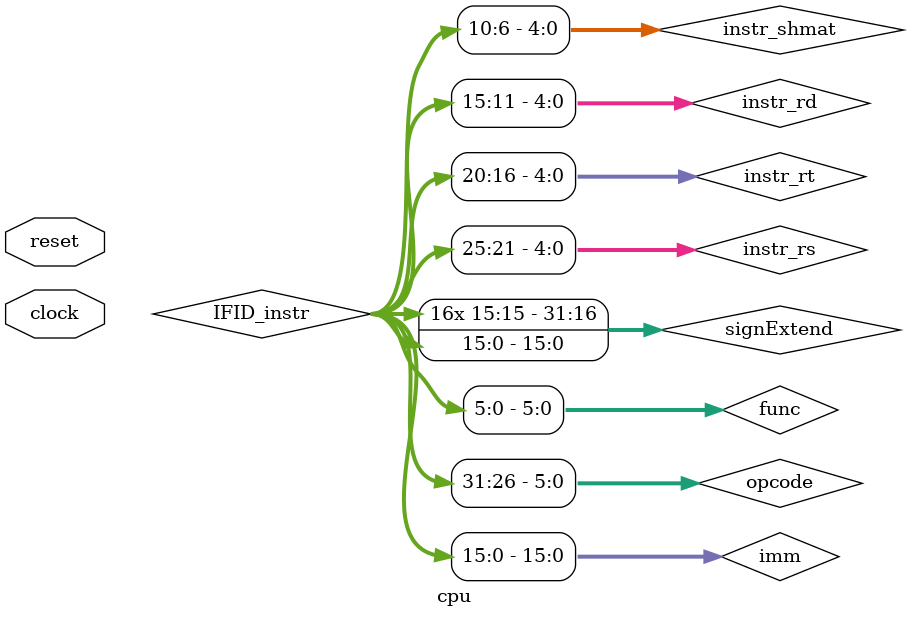
<source format=v>
/***********************************************************************************************/
/*********************************  MIPS 5-stage pipeline implementation ***********************/
/***********************************************************************************************/

module cpu(input clock, input reset);
 reg [31:0] PC;
 wire PC_write_wire, IFID_write_wire, IDEX_write_wire;  
 reg [31:0] IFID_PCplus4;
 reg [31:0] IFID_instr;
 reg [31:0] IDEX_rdA, IDEX_rdB, IDEX_signExtend;
 reg [4:0]  IDEX_instr_rt, IDEX_instr_rs, IDEX_instr_rd,IDEX_instr_shmat;                            
 reg        IDEX_RegDst, IDEX_ALUSrc, IDEX_SllSrc;
 reg [1:0]  IDEX_ALUcntrl;
 reg        IDEX_Branch, IDEX_MemRead, IDEX_MemWrite; 
 reg        IDEX_MemToReg, IDEX_RegWrite;                
 reg [4:0]  EXMEM_RegWriteAddr, EXMEM_instr_rd; 
 reg [31:0] EXMEM_ALUOut;
 reg        EXMEM_Zero;
 reg [31:0] EXMEM_MemWriteData;
 reg        EXMEM_Branch, EXMEM_MemRead, EXMEM_MemWrite, EXMEM_RegWrite, EXMEM_MemToReg;
 reg [31:0] MEMWB_DMemOut;
 reg [4:0]  MEMWB_RegWriteAddr, MEMWB_instr_rd; 
 reg [31:0] MEMWB_ALUOut;
 reg        MEMWB_MemToReg, MEMWB_RegWrite;               
 wire [31:0] instr, ALUInA, ALUInB, ALUOut, rdA, rdB, signExtend, DMemOut, wRegData, PCIncr;
 wire Zero, RegDst, MemRead, MemWrite, MemToReg, ALUSrc, RegWrite, Branch, SllSrc;
 wire [5:0] opcode, func;
 wire [4:0] instr_rs, instr_rt, instr_rd, instr_shmat,RegWriteAddr;
 wire [3:0] ALUOp;
 wire [1:0] ALUcntrl;
 wire [15:0] imm;
 wire [1:0] bypassA, bypassB; 
 wire [31:0] forward_b,forward_a;
 

/***************** Instruction Fetch Unit (IF)  ****************/

 always @(posedge clock or negedge reset)
  begin 
    if (reset == 1'b0)     
       PC <= -1;     
    else if (PC == -1)
       PC <= 0;
    else if((1'b0 == PC_write_wire) || ('bx == PC_write_wire)) 
       PC <= PC + 4;   
  end
  
  // IFID pipeline register
 always @(posedge clock or negedge reset)
  begin 
    if (reset == 1'b0)     
      begin
       IFID_PCplus4 <= 32'b0;    
       IFID_instr <= 32'b0;
    end 
	
    else if((1'b0 == IFID_write_wire) ||('bx == IFID_write_wire)) 
      begin
       IFID_PCplus4 <= PC + 32'd4;
       IFID_instr <= instr;
    end
  end
  
// Instruction memory 1KB
Memory cpu_IMem(clock, reset, 1'b1, 1'b0, PC>>2, 32'b0, instr);
  
  
  
  
  
/***************** Instruction Decode Unit (ID)  ****************/
assign opcode = IFID_instr[31:26];
assign func = IFID_instr[5:0];
assign instr_rs = IFID_instr[25:21];
assign instr_rt = IFID_instr[20:16];
assign instr_rd = IFID_instr[15:11];
assign instr_shmat = IFID_instr[10:6];
assign imm = IFID_instr[15:0];
assign signExtend = {{16{imm[15]}}, imm};

// Register file
RegFile cpu_regs(clock, reset, instr_rs, instr_rt, MEMWB_RegWriteAddr, MEMWB_RegWrite, wRegData, rdA, rdB);

  // IDEX pipeline register
 always @(posedge clock or negedge reset)
  begin 
    if (reset == 1'b0)
      begin
       IDEX_rdA <= 32'b0;    
       IDEX_rdB <= 32'b0;
       IDEX_signExtend <= 32'b0;
       IDEX_instr_rd <= 5'b0;
       IDEX_instr_rs <= 5'b0;
       IDEX_instr_rt <= 5'b0;
	   IDEX_instr_shmat <= 5'b0;
       IDEX_RegDst <= 1'b0;
       IDEX_ALUcntrl <= 2'b0;
       IDEX_ALUSrc <= 1'b0;
       IDEX_Branch <= 1'b0;
       IDEX_MemRead <= 1'b0;
       IDEX_MemWrite <= 1'b0;
       IDEX_MemToReg <= 1'b0;                  
       IDEX_RegWrite <= 1'b0;
	   IDEX_SllSrc <= 1'b0;
    end 
	
    else if((1'b0 == IDEX_write_wire)||('bx == IDEX_write_wire))
      begin
       IDEX_rdA <= rdA;
       IDEX_rdB <= rdB;
       IDEX_signExtend <= signExtend;
       IDEX_instr_rd <= instr_rd;
       IDEX_instr_rs <= instr_rs;
       IDEX_instr_rt <= instr_rt;
	   IDEX_instr_shmat <= instr_shmat;
       IDEX_RegDst <= RegDst;
       IDEX_ALUcntrl <= ALUcntrl;
       IDEX_ALUSrc <= ALUSrc;
       IDEX_Branch <= Branch;
       IDEX_MemRead <= MemRead;
       IDEX_MemWrite <= MemWrite;
       IDEX_MemToReg <= MemToReg;                  
       IDEX_RegWrite <= RegWrite;
	   IDEX_SllSrc <= SllSrc;
    end
	else
	begin
	   IDEX_RegDst <= 1'b0;
       IDEX_ALUcntrl <= 2'b0;
       IDEX_ALUSrc <= 1'b0;
       IDEX_Branch <= 1'b0;
       IDEX_MemRead <= 1'b0;
       IDEX_MemWrite <= 1'b0;
       IDEX_MemToReg <= 1'b0;                  
       IDEX_RegWrite <= 1'b0;
	   IDEX_SllSrc <= 1'b0;
	end
  end

// Main Control Unit 
control_main control_main (RegDst,
                  Branch,
                  MemRead,
                  MemWrite,
                  MemToReg,
                  ALUSrc,
                  RegWrite,
				  SllSrc,
                  ALUcntrl,
                  opcode, func);
                  
// Instantiation of Control Unit that generates stalls goes here

hazard_unit HazardUnit(instr_rs, instr_rt, IDEX_MemRead, IDEX_instr_rt, PC_write_wire, IFID_write_wire, IDEX_write_wire);


                           
/***************** Execution Unit (EX)  ****************/
/*                 
assign ALUInA = IDEX_rdA;
                 
assign ALUInB = (IDEX_ALUSrc == 1'b0) ? IDEX_rdB : IDEX_signExtend;
*/
//  ALU
ALU  #(32) cpu_alu(ALUOut, Zero, ALUInA, ALUInB, ALUOp);

assign RegWriteAddr = (IDEX_RegDst==1'b0) ? IDEX_instr_rt : IDEX_instr_rd;

 // EXMEM pipeline register
 always @(posedge clock or negedge reset)
  begin 
    if (reset == 1'b0)     
      begin
       EXMEM_ALUOut <= 32'b0;    
       EXMEM_RegWriteAddr <= 5'b0;
       EXMEM_MemWriteData <= 32'b0;
       EXMEM_Zero <= 1'b0;
       EXMEM_Branch <= 1'b0;
       EXMEM_MemRead <= 1'b0;
       EXMEM_MemWrite <= 1'b0;
       EXMEM_MemToReg <= 1'b0;                  
       EXMEM_RegWrite <= 1'b0;
      end 
    else 
      begin
       EXMEM_ALUOut <= ALUOut;    
       EXMEM_RegWriteAddr <= RegWriteAddr;
       EXMEM_MemWriteData <= forward_b;
       EXMEM_Zero <= Zero;
       EXMEM_Branch <= IDEX_Branch;
       EXMEM_MemRead <= IDEX_MemRead;
       EXMEM_MemWrite <= IDEX_MemWrite;
       EXMEM_MemToReg <= IDEX_MemToReg;                  
       EXMEM_RegWrite <= IDEX_RegWrite;
      end
  end
  
  // ALU control
  control_alu control_alu(ALUOp, IDEX_ALUcntrl, IDEX_signExtend[5:0]);
   assign ALUInA = (IDEX_SllSrc == 1'b0) ? forward_a : IDEX_instr_shmat;
   // Instantiation of control logic for Forwarding goes here
  
control_bypass_ex forward_unit (bypassA, bypassB, IDEX_instr_rs,  IDEX_instr_rt, EXMEM_RegWriteAddr, MEMWB_RegWriteAddr, EXMEM_RegWrite, MEMWB_RegWrite);
 assign forward_a = 
		   (bypassA == 2'b00) ? IDEX_rdA :
		   (bypassA == 2'b01) ? wRegData :
		   (bypassA == 2'b10) ? EXMEM_ALUOut :
		   'bx;
		   
 assign forward_b = 
		   (bypassB == 2'b00) ? IDEX_rdB :
		   (bypassB == 2'b01) ? wRegData :
		   (bypassB == 2'b10) ? EXMEM_ALUOut :
		   'bx; 
		   
 assign ALUInB = (IDEX_ALUSrc == 1'b0) ? forward_b : IDEX_signExtend; 
/***************** Memory Unit (MEM)  ****************/  

// Data memory 1KB
Memory cpu_DMem(clock, reset, EXMEM_MemRead, EXMEM_MemWrite, EXMEM_ALUOut, EXMEM_MemWriteData, DMemOut);

// MEMWB pipeline register
 always @(posedge clock or negedge reset)
  begin 
    if (reset == 1'b0)     
      begin
       MEMWB_DMemOut <= 32'b0;    
       MEMWB_ALUOut <= 32'b0;
       MEMWB_RegWriteAddr <= 5'b0;
       MEMWB_MemToReg <= 1'b0;                  
       MEMWB_RegWrite <= 1'b0;
      end 
    else 
      begin
       MEMWB_DMemOut <= DMemOut;
       MEMWB_ALUOut <= EXMEM_ALUOut;
       MEMWB_RegWriteAddr <= EXMEM_RegWriteAddr;
       MEMWB_MemToReg <= EXMEM_MemToReg;                  
       MEMWB_RegWrite <= EXMEM_RegWrite;
      end
  end

  
  
  

/***************** WriteBack Unit (WB)  ****************/  
assign wRegData = (MEMWB_MemToReg == 1'b0) ? MEMWB_ALUOut : MEMWB_DMemOut;


endmodule

</source>
